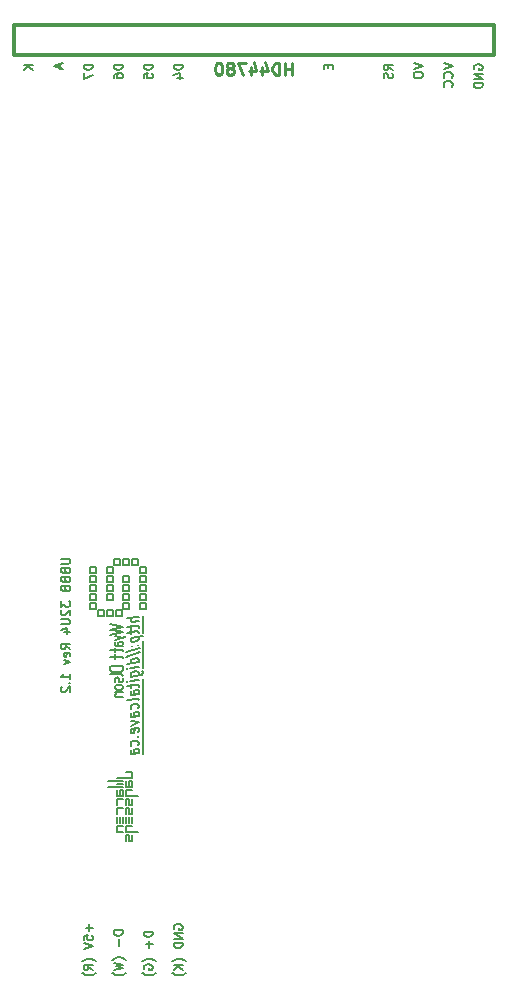
<source format=gbo>
G04 (created by PCBNEW (2014-01-10 BZR 4027)-stable) date Thursday, June 18, 2015 'amt' 10:00:05 am*
%MOIN*%
G04 Gerber Fmt 3.4, Leading zero omitted, Abs format*
%FSLAX34Y34*%
G01*
G70*
G90*
G04 APERTURE LIST*
%ADD10C,0.00590551*%
%ADD11C,0.0075*%
%ADD12C,0.005*%
%ADD13C,0.012*%
%ADD14C,0.01*%
G04 APERTURE END LIST*
G54D10*
G54D11*
X14621Y-13321D02*
X14321Y-13321D01*
X14621Y-13492D02*
X14450Y-13364D01*
X14321Y-13492D02*
X14492Y-13321D01*
X15535Y-13307D02*
X15535Y-13450D01*
X15621Y-13278D02*
X15321Y-13378D01*
X15621Y-13478D01*
X16621Y-13321D02*
X16321Y-13321D01*
X16321Y-13392D01*
X16335Y-13435D01*
X16364Y-13464D01*
X16392Y-13478D01*
X16450Y-13492D01*
X16492Y-13492D01*
X16550Y-13478D01*
X16578Y-13464D01*
X16607Y-13435D01*
X16621Y-13392D01*
X16621Y-13321D01*
X16321Y-13592D02*
X16321Y-13792D01*
X16621Y-13664D01*
X17621Y-13321D02*
X17321Y-13321D01*
X17321Y-13392D01*
X17335Y-13435D01*
X17364Y-13464D01*
X17392Y-13478D01*
X17450Y-13492D01*
X17492Y-13492D01*
X17550Y-13478D01*
X17578Y-13464D01*
X17607Y-13435D01*
X17621Y-13392D01*
X17621Y-13321D01*
X17321Y-13750D02*
X17321Y-13692D01*
X17335Y-13664D01*
X17350Y-13650D01*
X17392Y-13621D01*
X17450Y-13607D01*
X17564Y-13607D01*
X17592Y-13621D01*
X17607Y-13635D01*
X17621Y-13664D01*
X17621Y-13721D01*
X17607Y-13750D01*
X17592Y-13764D01*
X17564Y-13778D01*
X17492Y-13778D01*
X17464Y-13764D01*
X17450Y-13750D01*
X17435Y-13721D01*
X17435Y-13664D01*
X17450Y-13635D01*
X17464Y-13621D01*
X17492Y-13607D01*
X18621Y-13321D02*
X18321Y-13321D01*
X18321Y-13392D01*
X18335Y-13435D01*
X18364Y-13464D01*
X18392Y-13478D01*
X18450Y-13492D01*
X18492Y-13492D01*
X18550Y-13478D01*
X18578Y-13464D01*
X18607Y-13435D01*
X18621Y-13392D01*
X18621Y-13321D01*
X18321Y-13764D02*
X18321Y-13621D01*
X18464Y-13607D01*
X18450Y-13621D01*
X18435Y-13650D01*
X18435Y-13721D01*
X18450Y-13750D01*
X18464Y-13764D01*
X18492Y-13778D01*
X18564Y-13778D01*
X18592Y-13764D01*
X18607Y-13750D01*
X18621Y-13721D01*
X18621Y-13650D01*
X18607Y-13621D01*
X18592Y-13607D01*
X19621Y-13321D02*
X19321Y-13321D01*
X19321Y-13392D01*
X19335Y-13435D01*
X19364Y-13464D01*
X19392Y-13478D01*
X19450Y-13492D01*
X19492Y-13492D01*
X19550Y-13478D01*
X19578Y-13464D01*
X19607Y-13435D01*
X19621Y-13392D01*
X19621Y-13321D01*
X19421Y-13750D02*
X19621Y-13750D01*
X19307Y-13678D02*
X19521Y-13607D01*
X19521Y-13792D01*
X24464Y-13321D02*
X24464Y-13421D01*
X24621Y-13464D02*
X24621Y-13321D01*
X24321Y-13321D01*
X24321Y-13464D01*
X26621Y-13492D02*
X26478Y-13392D01*
X26621Y-13321D02*
X26321Y-13321D01*
X26321Y-13435D01*
X26335Y-13464D01*
X26350Y-13478D01*
X26378Y-13492D01*
X26421Y-13492D01*
X26450Y-13478D01*
X26464Y-13464D01*
X26478Y-13435D01*
X26478Y-13321D01*
X26607Y-13607D02*
X26621Y-13650D01*
X26621Y-13721D01*
X26607Y-13750D01*
X26592Y-13764D01*
X26564Y-13778D01*
X26535Y-13778D01*
X26507Y-13764D01*
X26492Y-13750D01*
X26478Y-13721D01*
X26464Y-13664D01*
X26450Y-13635D01*
X26435Y-13621D01*
X26407Y-13607D01*
X26378Y-13607D01*
X26350Y-13621D01*
X26335Y-13635D01*
X26321Y-13664D01*
X26321Y-13735D01*
X26335Y-13778D01*
X27321Y-13278D02*
X27621Y-13378D01*
X27321Y-13478D01*
X27321Y-13635D02*
X27321Y-13692D01*
X27335Y-13721D01*
X27364Y-13750D01*
X27421Y-13764D01*
X27521Y-13764D01*
X27578Y-13750D01*
X27607Y-13721D01*
X27621Y-13692D01*
X27621Y-13635D01*
X27607Y-13607D01*
X27578Y-13578D01*
X27521Y-13564D01*
X27421Y-13564D01*
X27364Y-13578D01*
X27335Y-13607D01*
X27321Y-13635D01*
X28321Y-13278D02*
X28621Y-13378D01*
X28321Y-13478D01*
X28592Y-13750D02*
X28607Y-13735D01*
X28621Y-13692D01*
X28621Y-13664D01*
X28607Y-13621D01*
X28578Y-13592D01*
X28550Y-13578D01*
X28492Y-13564D01*
X28450Y-13564D01*
X28392Y-13578D01*
X28364Y-13592D01*
X28335Y-13621D01*
X28321Y-13664D01*
X28321Y-13692D01*
X28335Y-13735D01*
X28350Y-13750D01*
X28592Y-14050D02*
X28607Y-14035D01*
X28621Y-13992D01*
X28621Y-13964D01*
X28607Y-13921D01*
X28578Y-13892D01*
X28550Y-13878D01*
X28492Y-13864D01*
X28450Y-13864D01*
X28392Y-13878D01*
X28364Y-13892D01*
X28335Y-13921D01*
X28321Y-13964D01*
X28321Y-13992D01*
X28335Y-14035D01*
X28350Y-14050D01*
X29335Y-13478D02*
X29321Y-13450D01*
X29321Y-13407D01*
X29335Y-13364D01*
X29364Y-13335D01*
X29392Y-13321D01*
X29450Y-13307D01*
X29492Y-13307D01*
X29550Y-13321D01*
X29578Y-13335D01*
X29607Y-13364D01*
X29621Y-13407D01*
X29621Y-13435D01*
X29607Y-13478D01*
X29592Y-13492D01*
X29492Y-13492D01*
X29492Y-13435D01*
X29621Y-13621D02*
X29321Y-13621D01*
X29621Y-13792D01*
X29321Y-13792D01*
X29621Y-13935D02*
X29321Y-13935D01*
X29321Y-14007D01*
X29335Y-14050D01*
X29364Y-14078D01*
X29392Y-14092D01*
X29450Y-14107D01*
X29492Y-14107D01*
X29550Y-14092D01*
X29578Y-14078D01*
X29607Y-14050D01*
X29621Y-14007D01*
X29621Y-13935D01*
G54D12*
X19335Y-42135D02*
X19321Y-42107D01*
X19321Y-42064D01*
X19335Y-42021D01*
X19364Y-41992D01*
X19392Y-41978D01*
X19450Y-41964D01*
X19492Y-41964D01*
X19550Y-41978D01*
X19578Y-41992D01*
X19607Y-42021D01*
X19621Y-42064D01*
X19621Y-42092D01*
X19607Y-42135D01*
X19592Y-42150D01*
X19492Y-42150D01*
X19492Y-42092D01*
X19621Y-42278D02*
X19321Y-42278D01*
X19621Y-42450D01*
X19321Y-42450D01*
X19621Y-42592D02*
X19321Y-42592D01*
X19321Y-42664D01*
X19335Y-42707D01*
X19364Y-42735D01*
X19392Y-42750D01*
X19450Y-42764D01*
X19492Y-42764D01*
X19550Y-42750D01*
X19578Y-42735D01*
X19607Y-42707D01*
X19621Y-42664D01*
X19621Y-42592D01*
X19735Y-43207D02*
X19721Y-43192D01*
X19678Y-43164D01*
X19650Y-43150D01*
X19607Y-43135D01*
X19535Y-43121D01*
X19478Y-43121D01*
X19407Y-43135D01*
X19364Y-43150D01*
X19335Y-43164D01*
X19292Y-43192D01*
X19278Y-43207D01*
X19621Y-43321D02*
X19321Y-43321D01*
X19621Y-43492D02*
X19450Y-43364D01*
X19321Y-43492D02*
X19492Y-43321D01*
X19735Y-43592D02*
X19721Y-43607D01*
X19678Y-43635D01*
X19650Y-43650D01*
X19607Y-43664D01*
X19535Y-43678D01*
X19478Y-43678D01*
X19407Y-43664D01*
X19364Y-43650D01*
X19335Y-43635D01*
X19292Y-43607D01*
X19278Y-43592D01*
X18621Y-42221D02*
X18321Y-42221D01*
X18321Y-42292D01*
X18335Y-42335D01*
X18364Y-42364D01*
X18392Y-42378D01*
X18450Y-42392D01*
X18492Y-42392D01*
X18550Y-42378D01*
X18578Y-42364D01*
X18607Y-42335D01*
X18621Y-42292D01*
X18621Y-42221D01*
X18507Y-42521D02*
X18507Y-42750D01*
X18621Y-42635D02*
X18392Y-42635D01*
X18735Y-43207D02*
X18721Y-43192D01*
X18678Y-43164D01*
X18650Y-43150D01*
X18607Y-43135D01*
X18535Y-43121D01*
X18478Y-43121D01*
X18407Y-43135D01*
X18364Y-43150D01*
X18335Y-43164D01*
X18292Y-43192D01*
X18278Y-43207D01*
X18335Y-43478D02*
X18321Y-43450D01*
X18321Y-43407D01*
X18335Y-43364D01*
X18364Y-43335D01*
X18392Y-43321D01*
X18450Y-43307D01*
X18492Y-43307D01*
X18550Y-43321D01*
X18578Y-43335D01*
X18607Y-43364D01*
X18621Y-43407D01*
X18621Y-43435D01*
X18607Y-43478D01*
X18592Y-43492D01*
X18492Y-43492D01*
X18492Y-43435D01*
X18735Y-43592D02*
X18721Y-43607D01*
X18678Y-43635D01*
X18650Y-43650D01*
X18607Y-43664D01*
X18535Y-43678D01*
X18478Y-43678D01*
X18407Y-43664D01*
X18364Y-43650D01*
X18335Y-43635D01*
X18292Y-43607D01*
X18278Y-43592D01*
X17621Y-42178D02*
X17321Y-42178D01*
X17321Y-42250D01*
X17335Y-42292D01*
X17364Y-42321D01*
X17392Y-42335D01*
X17450Y-42350D01*
X17492Y-42350D01*
X17550Y-42335D01*
X17578Y-42321D01*
X17607Y-42292D01*
X17621Y-42250D01*
X17621Y-42178D01*
X17507Y-42478D02*
X17507Y-42707D01*
X17735Y-43164D02*
X17721Y-43150D01*
X17678Y-43121D01*
X17650Y-43107D01*
X17607Y-43092D01*
X17535Y-43078D01*
X17478Y-43078D01*
X17407Y-43092D01*
X17364Y-43107D01*
X17335Y-43121D01*
X17292Y-43150D01*
X17278Y-43164D01*
X17321Y-43250D02*
X17621Y-43321D01*
X17407Y-43378D01*
X17621Y-43435D01*
X17321Y-43507D01*
X17735Y-43592D02*
X17721Y-43607D01*
X17678Y-43635D01*
X17650Y-43650D01*
X17607Y-43664D01*
X17535Y-43678D01*
X17478Y-43678D01*
X17407Y-43664D01*
X17364Y-43650D01*
X17335Y-43635D01*
X17292Y-43607D01*
X17278Y-43592D01*
X16507Y-41978D02*
X16507Y-42207D01*
X16621Y-42092D02*
X16392Y-42092D01*
X16321Y-42492D02*
X16321Y-42350D01*
X16464Y-42335D01*
X16450Y-42350D01*
X16435Y-42378D01*
X16435Y-42450D01*
X16450Y-42478D01*
X16464Y-42492D01*
X16492Y-42507D01*
X16564Y-42507D01*
X16592Y-42492D01*
X16607Y-42478D01*
X16621Y-42450D01*
X16621Y-42378D01*
X16607Y-42350D01*
X16592Y-42335D01*
X16321Y-42592D02*
X16621Y-42692D01*
X16321Y-42792D01*
X16735Y-43207D02*
X16721Y-43192D01*
X16678Y-43164D01*
X16650Y-43150D01*
X16607Y-43135D01*
X16535Y-43121D01*
X16478Y-43121D01*
X16407Y-43135D01*
X16364Y-43150D01*
X16335Y-43164D01*
X16292Y-43192D01*
X16278Y-43207D01*
X16621Y-43492D02*
X16478Y-43392D01*
X16621Y-43321D02*
X16321Y-43321D01*
X16321Y-43435D01*
X16335Y-43464D01*
X16350Y-43478D01*
X16378Y-43492D01*
X16421Y-43492D01*
X16450Y-43478D01*
X16464Y-43464D01*
X16478Y-43435D01*
X16478Y-43321D01*
X16735Y-43592D02*
X16721Y-43607D01*
X16678Y-43635D01*
X16650Y-43650D01*
X16607Y-43664D01*
X16535Y-43678D01*
X16478Y-43678D01*
X16407Y-43664D01*
X16364Y-43650D01*
X16335Y-43635D01*
X16292Y-43607D01*
X16278Y-43592D01*
X15571Y-29785D02*
X15814Y-29785D01*
X15842Y-29800D01*
X15857Y-29814D01*
X15871Y-29842D01*
X15871Y-29900D01*
X15857Y-29928D01*
X15842Y-29942D01*
X15814Y-29957D01*
X15571Y-29957D01*
X15714Y-30200D02*
X15728Y-30242D01*
X15742Y-30257D01*
X15771Y-30271D01*
X15814Y-30271D01*
X15842Y-30257D01*
X15857Y-30242D01*
X15871Y-30214D01*
X15871Y-30100D01*
X15571Y-30100D01*
X15571Y-30200D01*
X15585Y-30228D01*
X15600Y-30242D01*
X15628Y-30257D01*
X15657Y-30257D01*
X15685Y-30242D01*
X15700Y-30228D01*
X15714Y-30200D01*
X15714Y-30100D01*
X15714Y-30500D02*
X15728Y-30542D01*
X15742Y-30557D01*
X15771Y-30571D01*
X15814Y-30571D01*
X15842Y-30557D01*
X15857Y-30542D01*
X15871Y-30514D01*
X15871Y-30400D01*
X15571Y-30400D01*
X15571Y-30500D01*
X15585Y-30528D01*
X15600Y-30542D01*
X15628Y-30557D01*
X15657Y-30557D01*
X15685Y-30542D01*
X15700Y-30528D01*
X15714Y-30500D01*
X15714Y-30400D01*
X15714Y-30800D02*
X15728Y-30842D01*
X15742Y-30857D01*
X15771Y-30871D01*
X15814Y-30871D01*
X15842Y-30857D01*
X15857Y-30842D01*
X15871Y-30814D01*
X15871Y-30700D01*
X15571Y-30700D01*
X15571Y-30800D01*
X15585Y-30828D01*
X15600Y-30842D01*
X15628Y-30857D01*
X15657Y-30857D01*
X15685Y-30842D01*
X15700Y-30828D01*
X15714Y-30800D01*
X15714Y-30700D01*
X15571Y-31200D02*
X15571Y-31385D01*
X15685Y-31285D01*
X15685Y-31328D01*
X15700Y-31357D01*
X15714Y-31371D01*
X15742Y-31385D01*
X15814Y-31385D01*
X15842Y-31371D01*
X15857Y-31357D01*
X15871Y-31328D01*
X15871Y-31242D01*
X15857Y-31214D01*
X15842Y-31200D01*
X15600Y-31500D02*
X15585Y-31514D01*
X15571Y-31542D01*
X15571Y-31614D01*
X15585Y-31642D01*
X15600Y-31657D01*
X15628Y-31671D01*
X15657Y-31671D01*
X15700Y-31657D01*
X15871Y-31485D01*
X15871Y-31671D01*
X15571Y-31800D02*
X15814Y-31800D01*
X15842Y-31814D01*
X15857Y-31828D01*
X15871Y-31857D01*
X15871Y-31914D01*
X15857Y-31942D01*
X15842Y-31957D01*
X15814Y-31971D01*
X15571Y-31971D01*
X15671Y-32242D02*
X15871Y-32242D01*
X15557Y-32171D02*
X15771Y-32100D01*
X15771Y-32285D01*
X15871Y-32800D02*
X15728Y-32700D01*
X15871Y-32628D02*
X15571Y-32628D01*
X15571Y-32742D01*
X15585Y-32771D01*
X15600Y-32785D01*
X15628Y-32800D01*
X15671Y-32800D01*
X15700Y-32785D01*
X15714Y-32771D01*
X15728Y-32742D01*
X15728Y-32628D01*
X15857Y-33042D02*
X15871Y-33014D01*
X15871Y-32957D01*
X15857Y-32928D01*
X15828Y-32914D01*
X15714Y-32914D01*
X15685Y-32928D01*
X15671Y-32957D01*
X15671Y-33014D01*
X15685Y-33042D01*
X15714Y-33057D01*
X15742Y-33057D01*
X15771Y-32914D01*
X15671Y-33157D02*
X15871Y-33228D01*
X15671Y-33300D01*
X15871Y-33799D02*
X15871Y-33628D01*
X15871Y-33714D02*
X15571Y-33714D01*
X15614Y-33685D01*
X15642Y-33657D01*
X15657Y-33628D01*
X15842Y-33928D02*
X15857Y-33942D01*
X15871Y-33928D01*
X15857Y-33914D01*
X15842Y-33928D01*
X15871Y-33928D01*
X15600Y-34057D02*
X15585Y-34071D01*
X15571Y-34099D01*
X15571Y-34171D01*
X15585Y-34199D01*
X15600Y-34214D01*
X15628Y-34228D01*
X15657Y-34228D01*
X15700Y-34214D01*
X15871Y-34042D01*
X15871Y-34228D01*
G54D13*
X30000Y-12000D02*
X14000Y-12000D01*
X14000Y-12000D02*
X14000Y-13000D01*
X14000Y-13000D02*
X30000Y-13000D01*
X30000Y-13000D02*
X30000Y-12000D01*
G54D10*
X17950Y-37100D02*
X17450Y-37100D01*
X17950Y-36900D02*
X17750Y-36900D01*
X17950Y-37100D02*
X17950Y-36900D01*
X17950Y-39200D02*
X17950Y-39000D01*
X17850Y-39200D02*
X17950Y-39200D01*
X17850Y-39000D02*
X17850Y-39200D01*
X17750Y-39000D02*
X17850Y-39000D01*
X17750Y-39200D02*
X17750Y-39000D01*
X17750Y-38900D02*
X18150Y-38900D01*
X17750Y-38700D02*
X17750Y-38900D01*
X17950Y-38700D02*
X17750Y-38700D01*
X17950Y-37700D02*
X18150Y-37700D01*
X17950Y-38400D02*
X17950Y-38600D01*
X17850Y-38400D02*
X17850Y-38600D01*
X17750Y-38400D02*
X17750Y-38600D01*
X17950Y-38300D02*
X17950Y-38100D01*
X17850Y-38300D02*
X17950Y-38300D01*
X17850Y-38100D02*
X17850Y-38300D01*
X17750Y-38100D02*
X17850Y-38100D01*
X17750Y-38300D02*
X17750Y-38100D01*
X17950Y-38000D02*
X17950Y-37800D01*
X17850Y-38000D02*
X17950Y-38000D01*
X17850Y-37800D02*
X17850Y-38000D01*
X17750Y-37800D02*
X17850Y-37800D01*
X17750Y-38000D02*
X17750Y-37800D01*
X17950Y-37700D02*
X17750Y-37700D01*
X17750Y-37500D02*
X17750Y-37700D01*
X17950Y-37500D02*
X17750Y-37500D01*
X17950Y-37200D02*
X17950Y-37400D01*
X17850Y-37200D02*
X17950Y-37200D01*
X17850Y-37200D02*
X17850Y-37400D01*
X17750Y-37400D02*
X17950Y-37400D01*
X17750Y-37200D02*
X17750Y-37400D01*
X17150Y-37400D02*
X17650Y-37400D01*
X17450Y-37300D02*
X17650Y-37300D01*
X17150Y-37200D02*
X17650Y-37200D01*
X17450Y-38900D02*
X17650Y-38900D01*
X17450Y-38700D02*
X17450Y-38900D01*
X17650Y-38700D02*
X17450Y-38700D01*
X17650Y-38400D02*
X17650Y-38600D01*
X17550Y-38400D02*
X17550Y-38600D01*
X17450Y-38400D02*
X17450Y-38600D01*
X17450Y-38100D02*
X17450Y-38300D01*
X17650Y-38100D02*
X17450Y-38100D01*
X17450Y-37800D02*
X17450Y-38000D01*
X17450Y-37800D02*
X17650Y-37800D01*
X17550Y-37500D02*
X17550Y-37700D01*
X17650Y-37500D02*
X17550Y-37500D01*
X17650Y-37700D02*
X17650Y-37500D01*
X17450Y-37700D02*
X17650Y-37700D01*
X17450Y-37500D02*
X17450Y-37700D01*
X16750Y-30250D02*
X16750Y-30050D01*
X16750Y-30050D02*
X16550Y-30050D01*
X16550Y-30050D02*
X16550Y-30250D01*
X16550Y-30250D02*
X16750Y-30250D01*
X16750Y-30550D02*
X16750Y-30350D01*
X16750Y-30350D02*
X16550Y-30350D01*
X16550Y-30350D02*
X16550Y-30550D01*
X16550Y-30550D02*
X16750Y-30550D01*
X16750Y-30850D02*
X16750Y-30650D01*
X16750Y-30650D02*
X16550Y-30650D01*
X16550Y-30650D02*
X16550Y-30850D01*
X16550Y-30850D02*
X16750Y-30850D01*
X16750Y-31150D02*
X16750Y-30950D01*
X16750Y-30950D02*
X16550Y-30950D01*
X16550Y-30950D02*
X16550Y-31150D01*
X16550Y-31150D02*
X16750Y-31150D01*
X16750Y-31450D02*
X16750Y-31250D01*
X16750Y-31250D02*
X16550Y-31250D01*
X16550Y-31250D02*
X16550Y-31450D01*
X16550Y-31450D02*
X16750Y-31450D01*
X17000Y-31700D02*
X17000Y-31500D01*
X17000Y-31500D02*
X16800Y-31500D01*
X16800Y-31500D02*
X16800Y-31700D01*
X16800Y-31700D02*
X17000Y-31700D01*
X17300Y-31500D02*
X17100Y-31500D01*
X17100Y-31500D02*
X17100Y-31700D01*
X17100Y-31700D02*
X17300Y-31700D01*
X17300Y-31700D02*
X17300Y-31500D01*
X17600Y-31500D02*
X17400Y-31500D01*
X17400Y-31500D02*
X17400Y-31700D01*
X17400Y-31700D02*
X17600Y-31700D01*
X17600Y-31700D02*
X17600Y-31500D01*
X17850Y-31250D02*
X17650Y-31250D01*
X17650Y-31250D02*
X17650Y-31450D01*
X17650Y-31450D02*
X17850Y-31450D01*
X17850Y-31450D02*
X17850Y-31250D01*
X17650Y-30950D02*
X17850Y-30950D01*
X17850Y-30950D02*
X17850Y-31150D01*
X17850Y-31150D02*
X17650Y-31150D01*
X17650Y-31150D02*
X17650Y-30950D01*
X17850Y-30650D02*
X17650Y-30650D01*
X17650Y-30650D02*
X17650Y-30850D01*
X17650Y-30850D02*
X17850Y-30850D01*
X17850Y-30850D02*
X17850Y-30650D01*
X17650Y-30350D02*
X17850Y-30350D01*
X17850Y-30350D02*
X17850Y-30550D01*
X17850Y-30550D02*
X17650Y-30550D01*
X17650Y-30550D02*
X17650Y-30350D01*
X17100Y-30950D02*
X17300Y-30950D01*
X17300Y-30950D02*
X17300Y-31150D01*
X17300Y-31150D02*
X17100Y-31150D01*
X17100Y-31150D02*
X17100Y-30950D01*
X17100Y-30650D02*
X17100Y-30850D01*
X17100Y-30850D02*
X17300Y-30850D01*
X17100Y-30650D02*
X17300Y-30650D01*
X17300Y-30650D02*
X17300Y-30850D01*
X17300Y-30350D02*
X17100Y-30350D01*
X17100Y-30350D02*
X17100Y-30550D01*
X17100Y-30550D02*
X17300Y-30550D01*
X17300Y-30550D02*
X17300Y-30350D01*
X17300Y-30050D02*
X17100Y-30050D01*
X17100Y-30050D02*
X17100Y-30250D01*
X17100Y-30250D02*
X17300Y-30250D01*
X17300Y-30250D02*
X17300Y-30050D01*
X17550Y-30000D02*
X17550Y-29800D01*
X17550Y-29800D02*
X17350Y-29800D01*
X17350Y-29800D02*
X17350Y-30000D01*
X17350Y-30000D02*
X17550Y-30000D01*
X17850Y-30000D02*
X17850Y-29800D01*
X17850Y-29800D02*
X17650Y-29800D01*
X17650Y-29800D02*
X17650Y-30000D01*
X17650Y-30000D02*
X17850Y-30000D01*
X18150Y-30000D02*
X18150Y-29800D01*
X18150Y-29800D02*
X17950Y-29800D01*
X17950Y-29800D02*
X17950Y-30000D01*
X17950Y-30000D02*
X18150Y-30000D01*
X18400Y-30250D02*
X18200Y-30250D01*
X18200Y-30250D02*
X18200Y-30050D01*
X18200Y-30050D02*
X18400Y-30050D01*
X18400Y-30050D02*
X18400Y-30250D01*
X18400Y-30550D02*
X18200Y-30550D01*
X18200Y-30550D02*
X18200Y-30350D01*
X18200Y-30350D02*
X18400Y-30350D01*
X18400Y-30350D02*
X18400Y-30550D01*
X18400Y-30850D02*
X18200Y-30850D01*
X18200Y-30850D02*
X18200Y-30650D01*
X18200Y-30650D02*
X18400Y-30650D01*
X18400Y-30650D02*
X18400Y-30850D01*
X18400Y-31150D02*
X18200Y-31150D01*
X18200Y-31150D02*
X18200Y-30950D01*
X18200Y-30950D02*
X18400Y-30950D01*
X18400Y-30950D02*
X18400Y-31150D01*
X18400Y-31450D02*
X18200Y-31450D01*
X18200Y-31450D02*
X18200Y-31250D01*
X18200Y-31250D02*
X18400Y-31250D01*
X18400Y-31250D02*
X18400Y-31450D01*
G54D12*
X17440Y-34410D02*
X17640Y-34410D01*
X17380Y-34330D02*
X17380Y-34350D01*
X17380Y-34350D02*
X17400Y-34390D01*
X17400Y-34390D02*
X17440Y-34410D01*
X17400Y-34290D02*
X17380Y-34330D01*
X17400Y-34290D02*
X17440Y-34230D01*
X17380Y-34230D02*
X17640Y-34230D01*
X17440Y-33990D02*
X17580Y-33990D01*
X17580Y-33990D02*
X17620Y-34010D01*
X17620Y-34010D02*
X17640Y-34050D01*
X17640Y-34050D02*
X17640Y-34090D01*
X17640Y-34090D02*
X17620Y-34130D01*
X17620Y-34130D02*
X17580Y-34150D01*
X17580Y-34150D02*
X17440Y-34150D01*
X17440Y-34150D02*
X17400Y-34130D01*
X17400Y-34130D02*
X17380Y-34090D01*
X17380Y-34090D02*
X17380Y-34070D01*
X17380Y-34050D02*
X17400Y-34010D01*
X17400Y-34010D02*
X17440Y-33990D01*
X17380Y-33790D02*
X17380Y-33890D01*
X17500Y-33790D02*
X17500Y-33850D01*
X17500Y-33790D02*
X17480Y-33750D01*
X17480Y-33750D02*
X17440Y-33730D01*
X17440Y-33730D02*
X17400Y-33750D01*
X17400Y-33750D02*
X17380Y-33790D01*
X17640Y-33750D02*
X17640Y-33850D01*
X17640Y-33850D02*
X17620Y-33890D01*
X17620Y-33890D02*
X17580Y-33910D01*
X17580Y-33910D02*
X17560Y-33910D01*
X17560Y-33910D02*
X17520Y-33890D01*
X17520Y-33890D02*
X17500Y-33850D01*
X17620Y-33650D02*
X17640Y-33690D01*
X17220Y-33630D02*
X17580Y-33630D01*
X17580Y-33630D02*
X17620Y-33650D01*
X17280Y-33350D02*
X17580Y-33350D01*
X17580Y-33350D02*
X17620Y-33370D01*
X17620Y-33370D02*
X17640Y-33410D01*
X17640Y-33410D02*
X17640Y-33490D01*
X17640Y-33490D02*
X17620Y-33530D01*
X17620Y-33530D02*
X17580Y-33550D01*
X17580Y-33550D02*
X17280Y-33550D01*
X17280Y-33550D02*
X17240Y-33530D01*
X17240Y-33530D02*
X17220Y-33490D01*
X17220Y-33490D02*
X17220Y-33410D01*
X17220Y-33410D02*
X17240Y-33370D01*
X17240Y-33370D02*
X17280Y-33350D01*
X17600Y-33050D02*
X17640Y-33070D01*
X17220Y-33050D02*
X17600Y-33050D01*
X17380Y-32970D02*
X17380Y-33130D01*
X17380Y-33010D02*
X17340Y-33050D01*
X17640Y-33090D02*
X17640Y-33070D01*
X17640Y-32870D02*
X17640Y-32850D01*
X17380Y-32790D02*
X17340Y-32830D01*
X17380Y-32750D02*
X17380Y-32910D01*
X17220Y-32830D02*
X17600Y-32830D01*
X17600Y-32830D02*
X17640Y-32850D01*
X17520Y-32550D02*
X17600Y-32550D01*
X17600Y-32550D02*
X17640Y-32590D01*
X17520Y-32690D02*
X17480Y-32630D01*
X17480Y-32630D02*
X17480Y-32590D01*
X17480Y-32590D02*
X17520Y-32550D01*
X17640Y-32590D02*
X17640Y-32630D01*
X17640Y-32630D02*
X17600Y-32690D01*
X17380Y-32590D02*
X17380Y-32670D01*
X17380Y-32670D02*
X17400Y-32690D01*
X17400Y-32690D02*
X17640Y-32690D01*
X17400Y-32570D02*
X17380Y-32590D01*
X17380Y-32510D02*
X17700Y-32410D01*
X17700Y-32410D02*
X17740Y-32370D01*
X17380Y-32370D02*
X17640Y-32430D01*
X17300Y-32150D02*
X17640Y-32230D01*
X17640Y-32230D02*
X17220Y-32330D01*
X17220Y-31970D02*
X17640Y-32070D01*
X17640Y-32070D02*
X17220Y-32170D01*
G54D10*
X18030Y-35430D02*
X17990Y-35600D01*
X17990Y-35600D02*
X17960Y-35600D01*
X17960Y-35600D02*
X17910Y-35590D01*
X17910Y-35590D02*
X17890Y-35560D01*
X17890Y-35560D02*
X17890Y-35510D01*
X17890Y-35510D02*
X17910Y-35470D01*
X17910Y-35470D02*
X17950Y-35450D01*
X17950Y-35450D02*
X18100Y-35430D01*
X18100Y-35430D02*
X18140Y-35440D01*
X18140Y-35440D02*
X18160Y-35480D01*
X18160Y-35480D02*
X18160Y-35530D01*
X18160Y-35530D02*
X18130Y-35560D01*
X17900Y-35190D02*
X18160Y-35240D01*
X18160Y-35240D02*
X17890Y-35350D01*
X18140Y-36270D02*
X18160Y-36240D01*
X18160Y-36240D02*
X18160Y-36160D01*
X18160Y-36160D02*
X18140Y-36140D01*
X18140Y-36140D02*
X18110Y-36130D01*
X18110Y-36130D02*
X18070Y-36130D01*
X18070Y-36130D02*
X18040Y-36130D01*
X18040Y-36130D02*
X18020Y-36160D01*
X18020Y-36160D02*
X18010Y-36190D01*
X18010Y-36190D02*
X18010Y-36260D01*
X18010Y-36260D02*
X17990Y-36280D01*
X17920Y-36160D02*
X17890Y-36200D01*
X17890Y-36200D02*
X17890Y-36260D01*
X17890Y-36260D02*
X17910Y-36290D01*
X17910Y-36290D02*
X17950Y-36300D01*
X17950Y-36300D02*
X18160Y-36270D01*
X17950Y-35070D02*
X18160Y-35040D01*
X17910Y-35060D02*
X17950Y-35070D01*
X17890Y-35030D02*
X17910Y-35060D01*
X17890Y-34970D02*
X17890Y-35030D01*
X17920Y-34930D02*
X17890Y-34970D01*
X18010Y-35030D02*
X17990Y-35050D01*
X18010Y-34960D02*
X18010Y-35030D01*
X18020Y-34930D02*
X18010Y-34960D01*
X18040Y-34900D02*
X18020Y-34930D01*
X18070Y-34900D02*
X18040Y-34900D01*
X18110Y-34900D02*
X18070Y-34900D01*
X18140Y-34910D02*
X18110Y-34900D01*
X18160Y-34930D02*
X18140Y-34910D01*
X18160Y-35010D02*
X18160Y-34930D01*
X18140Y-35040D02*
X18160Y-35010D01*
X18160Y-35970D02*
X18140Y-36000D01*
X18160Y-35930D02*
X18160Y-35970D01*
X18150Y-35900D02*
X18160Y-35930D01*
X18120Y-35860D02*
X18150Y-35900D01*
X18020Y-35860D02*
X18120Y-35860D01*
X17970Y-35860D02*
X18020Y-35860D01*
X17940Y-35880D02*
X17970Y-35860D01*
X17910Y-35900D02*
X17940Y-35880D01*
X17890Y-35940D02*
X17910Y-35900D01*
X17890Y-36000D02*
X17890Y-35940D01*
X17920Y-36030D02*
X17890Y-36000D01*
X17920Y-34800D02*
X17890Y-34770D01*
X17890Y-34770D02*
X17890Y-34710D01*
X17890Y-34710D02*
X17910Y-34670D01*
X17910Y-34670D02*
X17940Y-34650D01*
X17940Y-34650D02*
X17970Y-34630D01*
X17970Y-34630D02*
X18020Y-34630D01*
X18020Y-34630D02*
X18120Y-34630D01*
X18120Y-34630D02*
X18150Y-34670D01*
X18150Y-34670D02*
X18160Y-34700D01*
X18160Y-34700D02*
X18160Y-34740D01*
X18160Y-34740D02*
X18140Y-34770D01*
X17770Y-34510D02*
X18110Y-34460D01*
X18110Y-34460D02*
X18140Y-34470D01*
X18140Y-34470D02*
X18170Y-34510D01*
X18140Y-34310D02*
X18160Y-34280D01*
X18160Y-34280D02*
X18160Y-34200D01*
X18160Y-34200D02*
X18140Y-34180D01*
X18140Y-34180D02*
X18110Y-34170D01*
X18110Y-34170D02*
X18070Y-34170D01*
X18070Y-34170D02*
X18040Y-34170D01*
X18040Y-34170D02*
X18020Y-34200D01*
X18020Y-34200D02*
X18010Y-34230D01*
X18010Y-34230D02*
X18010Y-34300D01*
X18010Y-34300D02*
X17990Y-34320D01*
X17920Y-34200D02*
X17890Y-34240D01*
X17890Y-34240D02*
X17890Y-34300D01*
X17890Y-34300D02*
X17910Y-34330D01*
X17910Y-34330D02*
X17950Y-34340D01*
X17950Y-34340D02*
X18160Y-34310D01*
X18160Y-34030D02*
X18170Y-34070D01*
X18140Y-34010D02*
X18160Y-34030D01*
X18100Y-34000D02*
X18140Y-34010D01*
X17760Y-34040D02*
X18100Y-34000D01*
X17890Y-33960D02*
X17890Y-34090D01*
X17910Y-33710D02*
X17890Y-33680D01*
X17890Y-33680D02*
X17890Y-33640D01*
X17890Y-33640D02*
X17910Y-33590D01*
X17910Y-33590D02*
X17940Y-33570D01*
X17940Y-33570D02*
X17970Y-33560D01*
X17970Y-33560D02*
X18080Y-33540D01*
X18080Y-33540D02*
X18140Y-33560D01*
X18140Y-33560D02*
X18160Y-33600D01*
X18160Y-33600D02*
X18160Y-33650D01*
X18160Y-33650D02*
X18130Y-33680D01*
X17900Y-33720D02*
X18220Y-33680D01*
X18220Y-33680D02*
X18260Y-33650D01*
X18260Y-33650D02*
X18270Y-33640D01*
X18270Y-33640D02*
X18280Y-33630D01*
X18280Y-33630D02*
X18290Y-33610D01*
X18290Y-33610D02*
X18290Y-33570D01*
X18290Y-33570D02*
X18290Y-33550D01*
X18290Y-33550D02*
X18270Y-33530D01*
X18140Y-33240D02*
X18160Y-33220D01*
X18160Y-33220D02*
X18160Y-33160D01*
X18160Y-33160D02*
X18140Y-33120D01*
X18140Y-33120D02*
X18120Y-33110D01*
X18120Y-33110D02*
X18090Y-33100D01*
X18090Y-33100D02*
X17970Y-33120D01*
X17970Y-33120D02*
X17930Y-33130D01*
X17930Y-33130D02*
X17910Y-33160D01*
X17910Y-33160D02*
X17890Y-33190D01*
X17890Y-33190D02*
X17890Y-33230D01*
X17890Y-33230D02*
X17910Y-33270D01*
X17760Y-33290D02*
X18170Y-33240D01*
X18140Y-35720D02*
X18150Y-35710D01*
X18150Y-35720D02*
X18140Y-35720D01*
X18140Y-35710D02*
X18150Y-35720D01*
X17880Y-33870D02*
X18160Y-33830D01*
X17770Y-33880D02*
X17780Y-33890D01*
X17780Y-33890D02*
X17770Y-33890D01*
X17770Y-33890D02*
X17780Y-33880D01*
X17770Y-33450D02*
X17780Y-33440D01*
X17780Y-33450D02*
X17770Y-33450D01*
X17770Y-33440D02*
X17780Y-33450D01*
X18140Y-32680D02*
X18150Y-32670D01*
X18150Y-32680D02*
X18140Y-32680D01*
X18140Y-32670D02*
X18150Y-32680D01*
X17930Y-32690D02*
X17940Y-32700D01*
X17940Y-32700D02*
X17930Y-32700D01*
X17930Y-32700D02*
X17940Y-32690D01*
X17880Y-33430D02*
X18160Y-33390D01*
X18160Y-32380D02*
X18160Y-32470D01*
X18160Y-32470D02*
X18120Y-32540D01*
X18120Y-32540D02*
X17980Y-32560D01*
X17980Y-32560D02*
X17940Y-32550D01*
X17940Y-32550D02*
X17900Y-32520D01*
X17900Y-32520D02*
X17890Y-32480D01*
X17890Y-32480D02*
X17890Y-32460D01*
X17890Y-32460D02*
X17920Y-32420D01*
X17900Y-32420D02*
X18300Y-32360D01*
X18160Y-32240D02*
X18170Y-32280D01*
X18140Y-32220D02*
X18160Y-32240D01*
X18100Y-32210D02*
X18140Y-32220D01*
X17760Y-32250D02*
X18100Y-32210D01*
X17890Y-32170D02*
X17890Y-32300D01*
X17890Y-31990D02*
X17890Y-32120D01*
X17760Y-32070D02*
X18100Y-32030D01*
X18100Y-32030D02*
X18140Y-32040D01*
X18140Y-32040D02*
X18160Y-32060D01*
X18160Y-32060D02*
X18170Y-32100D01*
X17930Y-31760D02*
X17890Y-31790D01*
X17890Y-31790D02*
X17900Y-31850D01*
X17900Y-31850D02*
X17920Y-31880D01*
X17920Y-31880D02*
X17950Y-31890D01*
X17950Y-31890D02*
X18170Y-31860D01*
X17760Y-31780D02*
X18170Y-31730D01*
X17750Y-33050D02*
X18200Y-32900D01*
X17750Y-32900D02*
X18200Y-32750D01*
X18300Y-33790D02*
X18300Y-36290D01*
X18300Y-33440D02*
X18300Y-32540D01*
X18300Y-31700D02*
X18300Y-32250D01*
G54D14*
X23266Y-13661D02*
X23266Y-13261D01*
X23266Y-13452D02*
X23038Y-13452D01*
X23038Y-13661D02*
X23038Y-13261D01*
X22847Y-13661D02*
X22847Y-13261D01*
X22752Y-13261D01*
X22695Y-13280D01*
X22657Y-13319D01*
X22638Y-13357D01*
X22619Y-13433D01*
X22619Y-13490D01*
X22638Y-13566D01*
X22657Y-13604D01*
X22695Y-13642D01*
X22752Y-13661D01*
X22847Y-13661D01*
X22276Y-13395D02*
X22276Y-13661D01*
X22371Y-13242D02*
X22466Y-13528D01*
X22219Y-13528D01*
X21895Y-13395D02*
X21895Y-13661D01*
X21990Y-13242D02*
X22085Y-13528D01*
X21838Y-13528D01*
X21723Y-13261D02*
X21457Y-13261D01*
X21628Y-13661D01*
X21247Y-13433D02*
X21285Y-13414D01*
X21304Y-13395D01*
X21323Y-13357D01*
X21323Y-13338D01*
X21304Y-13300D01*
X21285Y-13280D01*
X21247Y-13261D01*
X21171Y-13261D01*
X21133Y-13280D01*
X21114Y-13300D01*
X21095Y-13338D01*
X21095Y-13357D01*
X21114Y-13395D01*
X21133Y-13414D01*
X21171Y-13433D01*
X21247Y-13433D01*
X21285Y-13452D01*
X21304Y-13471D01*
X21323Y-13509D01*
X21323Y-13585D01*
X21304Y-13623D01*
X21285Y-13642D01*
X21247Y-13661D01*
X21171Y-13661D01*
X21133Y-13642D01*
X21114Y-13623D01*
X21095Y-13585D01*
X21095Y-13509D01*
X21114Y-13471D01*
X21133Y-13452D01*
X21171Y-13433D01*
X20847Y-13261D02*
X20809Y-13261D01*
X20771Y-13280D01*
X20752Y-13300D01*
X20733Y-13338D01*
X20714Y-13414D01*
X20714Y-13509D01*
X20733Y-13585D01*
X20752Y-13623D01*
X20771Y-13642D01*
X20809Y-13661D01*
X20847Y-13661D01*
X20885Y-13642D01*
X20904Y-13623D01*
X20923Y-13585D01*
X20942Y-13509D01*
X20942Y-13414D01*
X20923Y-13338D01*
X20904Y-13300D01*
X20885Y-13280D01*
X20847Y-13261D01*
M02*

</source>
